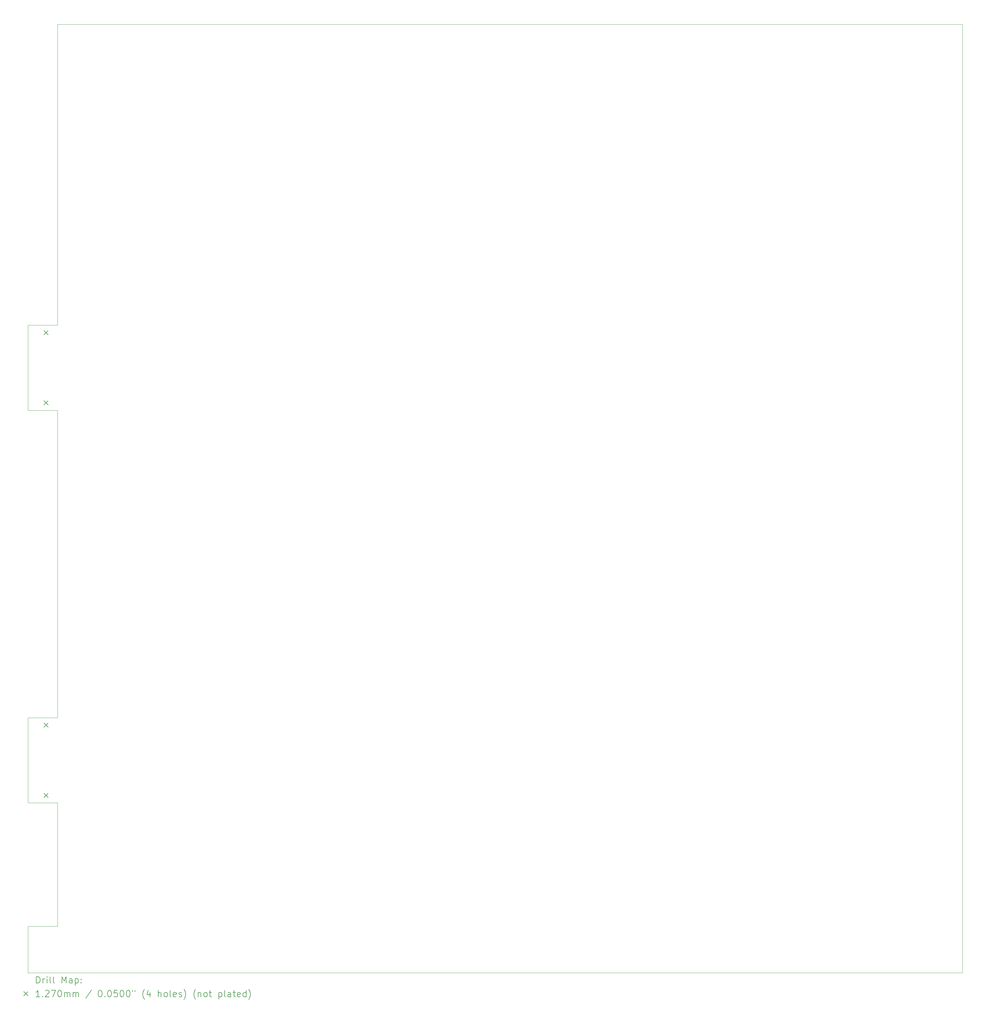
<source format=gbr>
%TF.GenerationSoftware,KiCad,Pcbnew,8.0.2-1*%
%TF.CreationDate,2024-10-14T12:40:13-04:00*%
%TF.ProjectId,EvenLayers_1.3mm_SiPM,4576656e-4c61-4796-9572-735f312e336d,rev?*%
%TF.SameCoordinates,Original*%
%TF.FileFunction,Drillmap*%
%TF.FilePolarity,Positive*%
%FSLAX45Y45*%
G04 Gerber Fmt 4.5, Leading zero omitted, Abs format (unit mm)*
G04 Created by KiCad (PCBNEW 8.0.2-1) date 2024-10-14 12:40:13*
%MOMM*%
%LPD*%
G01*
G04 APERTURE LIST*
%ADD10C,0.050000*%
%ADD11C,0.100000*%
%ADD12C,0.200000*%
%ADD13C,0.127000*%
G04 APERTURE END LIST*
D10*
X6600000Y-27300000D02*
X7500000Y-27300000D01*
X7500000Y-15300000D02*
X6600000Y-15300000D01*
X6600000Y-12700000D02*
X6600000Y-15300000D01*
X6600000Y-32430000D02*
X6600000Y-32500000D01*
X6600000Y-24700000D02*
X7500000Y-24700000D01*
X35200000Y-32500000D02*
X6600000Y-32500000D01*
X7500000Y-3500000D02*
X35200000Y-3500000D01*
X7500000Y-27300000D02*
X7500000Y-31080000D01*
X6600000Y-12700000D02*
X7500000Y-12700000D01*
X6600000Y-31570000D02*
X6600000Y-31080000D01*
X6600000Y-24700000D02*
X6600000Y-27300000D01*
X7500000Y-12700000D02*
X7500000Y-3500000D01*
X35200000Y-3500000D02*
X35200000Y-32500000D01*
X7500000Y-24700000D02*
X7500000Y-15300000D01*
X6600000Y-31080000D02*
X7500000Y-31080000D01*
D11*
X6600000Y-31570000D02*
X6600000Y-32430000D01*
D12*
D13*
X7086500Y-12862000D02*
X7213500Y-12989000D01*
X7213500Y-12862000D02*
X7086500Y-12989000D01*
X7086500Y-15011000D02*
X7213500Y-15138000D01*
X7213500Y-15011000D02*
X7086500Y-15138000D01*
X7086500Y-24862000D02*
X7213500Y-24989000D01*
X7213500Y-24862000D02*
X7086500Y-24989000D01*
X7086500Y-27011000D02*
X7213500Y-27138000D01*
X7213500Y-27011000D02*
X7086500Y-27138000D01*
D12*
X6855777Y-32813984D02*
X6855777Y-32613984D01*
X6855777Y-32613984D02*
X6903396Y-32613984D01*
X6903396Y-32613984D02*
X6931967Y-32623508D01*
X6931967Y-32623508D02*
X6951015Y-32642555D01*
X6951015Y-32642555D02*
X6960539Y-32661603D01*
X6960539Y-32661603D02*
X6970062Y-32699698D01*
X6970062Y-32699698D02*
X6970062Y-32728269D01*
X6970062Y-32728269D02*
X6960539Y-32766365D01*
X6960539Y-32766365D02*
X6951015Y-32785412D01*
X6951015Y-32785412D02*
X6931967Y-32804460D01*
X6931967Y-32804460D02*
X6903396Y-32813984D01*
X6903396Y-32813984D02*
X6855777Y-32813984D01*
X7055777Y-32813984D02*
X7055777Y-32680650D01*
X7055777Y-32718746D02*
X7065301Y-32699698D01*
X7065301Y-32699698D02*
X7074824Y-32690174D01*
X7074824Y-32690174D02*
X7093872Y-32680650D01*
X7093872Y-32680650D02*
X7112920Y-32680650D01*
X7179586Y-32813984D02*
X7179586Y-32680650D01*
X7179586Y-32613984D02*
X7170062Y-32623508D01*
X7170062Y-32623508D02*
X7179586Y-32633031D01*
X7179586Y-32633031D02*
X7189110Y-32623508D01*
X7189110Y-32623508D02*
X7179586Y-32613984D01*
X7179586Y-32613984D02*
X7179586Y-32633031D01*
X7303396Y-32813984D02*
X7284348Y-32804460D01*
X7284348Y-32804460D02*
X7274824Y-32785412D01*
X7274824Y-32785412D02*
X7274824Y-32613984D01*
X7408158Y-32813984D02*
X7389110Y-32804460D01*
X7389110Y-32804460D02*
X7379586Y-32785412D01*
X7379586Y-32785412D02*
X7379586Y-32613984D01*
X7636729Y-32813984D02*
X7636729Y-32613984D01*
X7636729Y-32613984D02*
X7703396Y-32756841D01*
X7703396Y-32756841D02*
X7770062Y-32613984D01*
X7770062Y-32613984D02*
X7770062Y-32813984D01*
X7951015Y-32813984D02*
X7951015Y-32709222D01*
X7951015Y-32709222D02*
X7941491Y-32690174D01*
X7941491Y-32690174D02*
X7922443Y-32680650D01*
X7922443Y-32680650D02*
X7884348Y-32680650D01*
X7884348Y-32680650D02*
X7865301Y-32690174D01*
X7951015Y-32804460D02*
X7931967Y-32813984D01*
X7931967Y-32813984D02*
X7884348Y-32813984D01*
X7884348Y-32813984D02*
X7865301Y-32804460D01*
X7865301Y-32804460D02*
X7855777Y-32785412D01*
X7855777Y-32785412D02*
X7855777Y-32766365D01*
X7855777Y-32766365D02*
X7865301Y-32747317D01*
X7865301Y-32747317D02*
X7884348Y-32737793D01*
X7884348Y-32737793D02*
X7931967Y-32737793D01*
X7931967Y-32737793D02*
X7951015Y-32728269D01*
X8046253Y-32680650D02*
X8046253Y-32880650D01*
X8046253Y-32690174D02*
X8065301Y-32680650D01*
X8065301Y-32680650D02*
X8103396Y-32680650D01*
X8103396Y-32680650D02*
X8122443Y-32690174D01*
X8122443Y-32690174D02*
X8131967Y-32699698D01*
X8131967Y-32699698D02*
X8141491Y-32718746D01*
X8141491Y-32718746D02*
X8141491Y-32775888D01*
X8141491Y-32775888D02*
X8131967Y-32794936D01*
X8131967Y-32794936D02*
X8122443Y-32804460D01*
X8122443Y-32804460D02*
X8103396Y-32813984D01*
X8103396Y-32813984D02*
X8065301Y-32813984D01*
X8065301Y-32813984D02*
X8046253Y-32804460D01*
X8227205Y-32794936D02*
X8236729Y-32804460D01*
X8236729Y-32804460D02*
X8227205Y-32813984D01*
X8227205Y-32813984D02*
X8217682Y-32804460D01*
X8217682Y-32804460D02*
X8227205Y-32794936D01*
X8227205Y-32794936D02*
X8227205Y-32813984D01*
X8227205Y-32690174D02*
X8236729Y-32699698D01*
X8236729Y-32699698D02*
X8227205Y-32709222D01*
X8227205Y-32709222D02*
X8217682Y-32699698D01*
X8217682Y-32699698D02*
X8227205Y-32690174D01*
X8227205Y-32690174D02*
X8227205Y-32709222D01*
D13*
X6468000Y-33079000D02*
X6595000Y-33206000D01*
X6595000Y-33079000D02*
X6468000Y-33206000D01*
D12*
X6960539Y-33233984D02*
X6846253Y-33233984D01*
X6903396Y-33233984D02*
X6903396Y-33033984D01*
X6903396Y-33033984D02*
X6884348Y-33062555D01*
X6884348Y-33062555D02*
X6865301Y-33081603D01*
X6865301Y-33081603D02*
X6846253Y-33091127D01*
X7046253Y-33214936D02*
X7055777Y-33224460D01*
X7055777Y-33224460D02*
X7046253Y-33233984D01*
X7046253Y-33233984D02*
X7036729Y-33224460D01*
X7036729Y-33224460D02*
X7046253Y-33214936D01*
X7046253Y-33214936D02*
X7046253Y-33233984D01*
X7131967Y-33053031D02*
X7141491Y-33043508D01*
X7141491Y-33043508D02*
X7160539Y-33033984D01*
X7160539Y-33033984D02*
X7208158Y-33033984D01*
X7208158Y-33033984D02*
X7227205Y-33043508D01*
X7227205Y-33043508D02*
X7236729Y-33053031D01*
X7236729Y-33053031D02*
X7246253Y-33072079D01*
X7246253Y-33072079D02*
X7246253Y-33091127D01*
X7246253Y-33091127D02*
X7236729Y-33119698D01*
X7236729Y-33119698D02*
X7122443Y-33233984D01*
X7122443Y-33233984D02*
X7246253Y-33233984D01*
X7312920Y-33033984D02*
X7446253Y-33033984D01*
X7446253Y-33033984D02*
X7360539Y-33233984D01*
X7560539Y-33033984D02*
X7579586Y-33033984D01*
X7579586Y-33033984D02*
X7598634Y-33043508D01*
X7598634Y-33043508D02*
X7608158Y-33053031D01*
X7608158Y-33053031D02*
X7617682Y-33072079D01*
X7617682Y-33072079D02*
X7627205Y-33110174D01*
X7627205Y-33110174D02*
X7627205Y-33157793D01*
X7627205Y-33157793D02*
X7617682Y-33195888D01*
X7617682Y-33195888D02*
X7608158Y-33214936D01*
X7608158Y-33214936D02*
X7598634Y-33224460D01*
X7598634Y-33224460D02*
X7579586Y-33233984D01*
X7579586Y-33233984D02*
X7560539Y-33233984D01*
X7560539Y-33233984D02*
X7541491Y-33224460D01*
X7541491Y-33224460D02*
X7531967Y-33214936D01*
X7531967Y-33214936D02*
X7522443Y-33195888D01*
X7522443Y-33195888D02*
X7512920Y-33157793D01*
X7512920Y-33157793D02*
X7512920Y-33110174D01*
X7512920Y-33110174D02*
X7522443Y-33072079D01*
X7522443Y-33072079D02*
X7531967Y-33053031D01*
X7531967Y-33053031D02*
X7541491Y-33043508D01*
X7541491Y-33043508D02*
X7560539Y-33033984D01*
X7712920Y-33233984D02*
X7712920Y-33100650D01*
X7712920Y-33119698D02*
X7722443Y-33110174D01*
X7722443Y-33110174D02*
X7741491Y-33100650D01*
X7741491Y-33100650D02*
X7770063Y-33100650D01*
X7770063Y-33100650D02*
X7789110Y-33110174D01*
X7789110Y-33110174D02*
X7798634Y-33129222D01*
X7798634Y-33129222D02*
X7798634Y-33233984D01*
X7798634Y-33129222D02*
X7808158Y-33110174D01*
X7808158Y-33110174D02*
X7827205Y-33100650D01*
X7827205Y-33100650D02*
X7855777Y-33100650D01*
X7855777Y-33100650D02*
X7874824Y-33110174D01*
X7874824Y-33110174D02*
X7884348Y-33129222D01*
X7884348Y-33129222D02*
X7884348Y-33233984D01*
X7979586Y-33233984D02*
X7979586Y-33100650D01*
X7979586Y-33119698D02*
X7989110Y-33110174D01*
X7989110Y-33110174D02*
X8008158Y-33100650D01*
X8008158Y-33100650D02*
X8036729Y-33100650D01*
X8036729Y-33100650D02*
X8055777Y-33110174D01*
X8055777Y-33110174D02*
X8065301Y-33129222D01*
X8065301Y-33129222D02*
X8065301Y-33233984D01*
X8065301Y-33129222D02*
X8074824Y-33110174D01*
X8074824Y-33110174D02*
X8093872Y-33100650D01*
X8093872Y-33100650D02*
X8122443Y-33100650D01*
X8122443Y-33100650D02*
X8141491Y-33110174D01*
X8141491Y-33110174D02*
X8151015Y-33129222D01*
X8151015Y-33129222D02*
X8151015Y-33233984D01*
X8541491Y-33024460D02*
X8370063Y-33281603D01*
X8798634Y-33033984D02*
X8817682Y-33033984D01*
X8817682Y-33033984D02*
X8836729Y-33043508D01*
X8836729Y-33043508D02*
X8846253Y-33053031D01*
X8846253Y-33053031D02*
X8855777Y-33072079D01*
X8855777Y-33072079D02*
X8865301Y-33110174D01*
X8865301Y-33110174D02*
X8865301Y-33157793D01*
X8865301Y-33157793D02*
X8855777Y-33195888D01*
X8855777Y-33195888D02*
X8846253Y-33214936D01*
X8846253Y-33214936D02*
X8836729Y-33224460D01*
X8836729Y-33224460D02*
X8817682Y-33233984D01*
X8817682Y-33233984D02*
X8798634Y-33233984D01*
X8798634Y-33233984D02*
X8779587Y-33224460D01*
X8779587Y-33224460D02*
X8770063Y-33214936D01*
X8770063Y-33214936D02*
X8760539Y-33195888D01*
X8760539Y-33195888D02*
X8751015Y-33157793D01*
X8751015Y-33157793D02*
X8751015Y-33110174D01*
X8751015Y-33110174D02*
X8760539Y-33072079D01*
X8760539Y-33072079D02*
X8770063Y-33053031D01*
X8770063Y-33053031D02*
X8779587Y-33043508D01*
X8779587Y-33043508D02*
X8798634Y-33033984D01*
X8951015Y-33214936D02*
X8960539Y-33224460D01*
X8960539Y-33224460D02*
X8951015Y-33233984D01*
X8951015Y-33233984D02*
X8941491Y-33224460D01*
X8941491Y-33224460D02*
X8951015Y-33214936D01*
X8951015Y-33214936D02*
X8951015Y-33233984D01*
X9084348Y-33033984D02*
X9103396Y-33033984D01*
X9103396Y-33033984D02*
X9122444Y-33043508D01*
X9122444Y-33043508D02*
X9131968Y-33053031D01*
X9131968Y-33053031D02*
X9141491Y-33072079D01*
X9141491Y-33072079D02*
X9151015Y-33110174D01*
X9151015Y-33110174D02*
X9151015Y-33157793D01*
X9151015Y-33157793D02*
X9141491Y-33195888D01*
X9141491Y-33195888D02*
X9131968Y-33214936D01*
X9131968Y-33214936D02*
X9122444Y-33224460D01*
X9122444Y-33224460D02*
X9103396Y-33233984D01*
X9103396Y-33233984D02*
X9084348Y-33233984D01*
X9084348Y-33233984D02*
X9065301Y-33224460D01*
X9065301Y-33224460D02*
X9055777Y-33214936D01*
X9055777Y-33214936D02*
X9046253Y-33195888D01*
X9046253Y-33195888D02*
X9036729Y-33157793D01*
X9036729Y-33157793D02*
X9036729Y-33110174D01*
X9036729Y-33110174D02*
X9046253Y-33072079D01*
X9046253Y-33072079D02*
X9055777Y-33053031D01*
X9055777Y-33053031D02*
X9065301Y-33043508D01*
X9065301Y-33043508D02*
X9084348Y-33033984D01*
X9331968Y-33033984D02*
X9236729Y-33033984D01*
X9236729Y-33033984D02*
X9227206Y-33129222D01*
X9227206Y-33129222D02*
X9236729Y-33119698D01*
X9236729Y-33119698D02*
X9255777Y-33110174D01*
X9255777Y-33110174D02*
X9303396Y-33110174D01*
X9303396Y-33110174D02*
X9322444Y-33119698D01*
X9322444Y-33119698D02*
X9331968Y-33129222D01*
X9331968Y-33129222D02*
X9341491Y-33148269D01*
X9341491Y-33148269D02*
X9341491Y-33195888D01*
X9341491Y-33195888D02*
X9331968Y-33214936D01*
X9331968Y-33214936D02*
X9322444Y-33224460D01*
X9322444Y-33224460D02*
X9303396Y-33233984D01*
X9303396Y-33233984D02*
X9255777Y-33233984D01*
X9255777Y-33233984D02*
X9236729Y-33224460D01*
X9236729Y-33224460D02*
X9227206Y-33214936D01*
X9465301Y-33033984D02*
X9484349Y-33033984D01*
X9484349Y-33033984D02*
X9503396Y-33043508D01*
X9503396Y-33043508D02*
X9512920Y-33053031D01*
X9512920Y-33053031D02*
X9522444Y-33072079D01*
X9522444Y-33072079D02*
X9531968Y-33110174D01*
X9531968Y-33110174D02*
X9531968Y-33157793D01*
X9531968Y-33157793D02*
X9522444Y-33195888D01*
X9522444Y-33195888D02*
X9512920Y-33214936D01*
X9512920Y-33214936D02*
X9503396Y-33224460D01*
X9503396Y-33224460D02*
X9484349Y-33233984D01*
X9484349Y-33233984D02*
X9465301Y-33233984D01*
X9465301Y-33233984D02*
X9446253Y-33224460D01*
X9446253Y-33224460D02*
X9436729Y-33214936D01*
X9436729Y-33214936D02*
X9427206Y-33195888D01*
X9427206Y-33195888D02*
X9417682Y-33157793D01*
X9417682Y-33157793D02*
X9417682Y-33110174D01*
X9417682Y-33110174D02*
X9427206Y-33072079D01*
X9427206Y-33072079D02*
X9436729Y-33053031D01*
X9436729Y-33053031D02*
X9446253Y-33043508D01*
X9446253Y-33043508D02*
X9465301Y-33033984D01*
X9655777Y-33033984D02*
X9674825Y-33033984D01*
X9674825Y-33033984D02*
X9693872Y-33043508D01*
X9693872Y-33043508D02*
X9703396Y-33053031D01*
X9703396Y-33053031D02*
X9712920Y-33072079D01*
X9712920Y-33072079D02*
X9722444Y-33110174D01*
X9722444Y-33110174D02*
X9722444Y-33157793D01*
X9722444Y-33157793D02*
X9712920Y-33195888D01*
X9712920Y-33195888D02*
X9703396Y-33214936D01*
X9703396Y-33214936D02*
X9693872Y-33224460D01*
X9693872Y-33224460D02*
X9674825Y-33233984D01*
X9674825Y-33233984D02*
X9655777Y-33233984D01*
X9655777Y-33233984D02*
X9636729Y-33224460D01*
X9636729Y-33224460D02*
X9627206Y-33214936D01*
X9627206Y-33214936D02*
X9617682Y-33195888D01*
X9617682Y-33195888D02*
X9608158Y-33157793D01*
X9608158Y-33157793D02*
X9608158Y-33110174D01*
X9608158Y-33110174D02*
X9617682Y-33072079D01*
X9617682Y-33072079D02*
X9627206Y-33053031D01*
X9627206Y-33053031D02*
X9636729Y-33043508D01*
X9636729Y-33043508D02*
X9655777Y-33033984D01*
X9798634Y-33033984D02*
X9798634Y-33072079D01*
X9874825Y-33033984D02*
X9874825Y-33072079D01*
X10170063Y-33310174D02*
X10160539Y-33300650D01*
X10160539Y-33300650D02*
X10141491Y-33272079D01*
X10141491Y-33272079D02*
X10131968Y-33253031D01*
X10131968Y-33253031D02*
X10122444Y-33224460D01*
X10122444Y-33224460D02*
X10112920Y-33176841D01*
X10112920Y-33176841D02*
X10112920Y-33138746D01*
X10112920Y-33138746D02*
X10122444Y-33091127D01*
X10122444Y-33091127D02*
X10131968Y-33062555D01*
X10131968Y-33062555D02*
X10141491Y-33043508D01*
X10141491Y-33043508D02*
X10160539Y-33014936D01*
X10160539Y-33014936D02*
X10170063Y-33005412D01*
X10331968Y-33100650D02*
X10331968Y-33233984D01*
X10284349Y-33024460D02*
X10236730Y-33167317D01*
X10236730Y-33167317D02*
X10360539Y-33167317D01*
X10589111Y-33233984D02*
X10589111Y-33033984D01*
X10674825Y-33233984D02*
X10674825Y-33129222D01*
X10674825Y-33129222D02*
X10665301Y-33110174D01*
X10665301Y-33110174D02*
X10646253Y-33100650D01*
X10646253Y-33100650D02*
X10617682Y-33100650D01*
X10617682Y-33100650D02*
X10598634Y-33110174D01*
X10598634Y-33110174D02*
X10589111Y-33119698D01*
X10798634Y-33233984D02*
X10779587Y-33224460D01*
X10779587Y-33224460D02*
X10770063Y-33214936D01*
X10770063Y-33214936D02*
X10760539Y-33195888D01*
X10760539Y-33195888D02*
X10760539Y-33138746D01*
X10760539Y-33138746D02*
X10770063Y-33119698D01*
X10770063Y-33119698D02*
X10779587Y-33110174D01*
X10779587Y-33110174D02*
X10798634Y-33100650D01*
X10798634Y-33100650D02*
X10827206Y-33100650D01*
X10827206Y-33100650D02*
X10846253Y-33110174D01*
X10846253Y-33110174D02*
X10855777Y-33119698D01*
X10855777Y-33119698D02*
X10865301Y-33138746D01*
X10865301Y-33138746D02*
X10865301Y-33195888D01*
X10865301Y-33195888D02*
X10855777Y-33214936D01*
X10855777Y-33214936D02*
X10846253Y-33224460D01*
X10846253Y-33224460D02*
X10827206Y-33233984D01*
X10827206Y-33233984D02*
X10798634Y-33233984D01*
X10979587Y-33233984D02*
X10960539Y-33224460D01*
X10960539Y-33224460D02*
X10951015Y-33205412D01*
X10951015Y-33205412D02*
X10951015Y-33033984D01*
X11131968Y-33224460D02*
X11112920Y-33233984D01*
X11112920Y-33233984D02*
X11074825Y-33233984D01*
X11074825Y-33233984D02*
X11055777Y-33224460D01*
X11055777Y-33224460D02*
X11046253Y-33205412D01*
X11046253Y-33205412D02*
X11046253Y-33129222D01*
X11046253Y-33129222D02*
X11055777Y-33110174D01*
X11055777Y-33110174D02*
X11074825Y-33100650D01*
X11074825Y-33100650D02*
X11112920Y-33100650D01*
X11112920Y-33100650D02*
X11131968Y-33110174D01*
X11131968Y-33110174D02*
X11141492Y-33129222D01*
X11141492Y-33129222D02*
X11141492Y-33148269D01*
X11141492Y-33148269D02*
X11046253Y-33167317D01*
X11217682Y-33224460D02*
X11236730Y-33233984D01*
X11236730Y-33233984D02*
X11274825Y-33233984D01*
X11274825Y-33233984D02*
X11293872Y-33224460D01*
X11293872Y-33224460D02*
X11303396Y-33205412D01*
X11303396Y-33205412D02*
X11303396Y-33195888D01*
X11303396Y-33195888D02*
X11293872Y-33176841D01*
X11293872Y-33176841D02*
X11274825Y-33167317D01*
X11274825Y-33167317D02*
X11246253Y-33167317D01*
X11246253Y-33167317D02*
X11227206Y-33157793D01*
X11227206Y-33157793D02*
X11217682Y-33138746D01*
X11217682Y-33138746D02*
X11217682Y-33129222D01*
X11217682Y-33129222D02*
X11227206Y-33110174D01*
X11227206Y-33110174D02*
X11246253Y-33100650D01*
X11246253Y-33100650D02*
X11274825Y-33100650D01*
X11274825Y-33100650D02*
X11293872Y-33110174D01*
X11370063Y-33310174D02*
X11379587Y-33300650D01*
X11379587Y-33300650D02*
X11398634Y-33272079D01*
X11398634Y-33272079D02*
X11408158Y-33253031D01*
X11408158Y-33253031D02*
X11417682Y-33224460D01*
X11417682Y-33224460D02*
X11427206Y-33176841D01*
X11427206Y-33176841D02*
X11427206Y-33138746D01*
X11427206Y-33138746D02*
X11417682Y-33091127D01*
X11417682Y-33091127D02*
X11408158Y-33062555D01*
X11408158Y-33062555D02*
X11398634Y-33043508D01*
X11398634Y-33043508D02*
X11379587Y-33014936D01*
X11379587Y-33014936D02*
X11370063Y-33005412D01*
X11731968Y-33310174D02*
X11722444Y-33300650D01*
X11722444Y-33300650D02*
X11703396Y-33272079D01*
X11703396Y-33272079D02*
X11693872Y-33253031D01*
X11693872Y-33253031D02*
X11684349Y-33224460D01*
X11684349Y-33224460D02*
X11674825Y-33176841D01*
X11674825Y-33176841D02*
X11674825Y-33138746D01*
X11674825Y-33138746D02*
X11684349Y-33091127D01*
X11684349Y-33091127D02*
X11693872Y-33062555D01*
X11693872Y-33062555D02*
X11703396Y-33043508D01*
X11703396Y-33043508D02*
X11722444Y-33014936D01*
X11722444Y-33014936D02*
X11731968Y-33005412D01*
X11808158Y-33100650D02*
X11808158Y-33233984D01*
X11808158Y-33119698D02*
X11817682Y-33110174D01*
X11817682Y-33110174D02*
X11836730Y-33100650D01*
X11836730Y-33100650D02*
X11865301Y-33100650D01*
X11865301Y-33100650D02*
X11884349Y-33110174D01*
X11884349Y-33110174D02*
X11893872Y-33129222D01*
X11893872Y-33129222D02*
X11893872Y-33233984D01*
X12017682Y-33233984D02*
X11998634Y-33224460D01*
X11998634Y-33224460D02*
X11989111Y-33214936D01*
X11989111Y-33214936D02*
X11979587Y-33195888D01*
X11979587Y-33195888D02*
X11979587Y-33138746D01*
X11979587Y-33138746D02*
X11989111Y-33119698D01*
X11989111Y-33119698D02*
X11998634Y-33110174D01*
X11998634Y-33110174D02*
X12017682Y-33100650D01*
X12017682Y-33100650D02*
X12046253Y-33100650D01*
X12046253Y-33100650D02*
X12065301Y-33110174D01*
X12065301Y-33110174D02*
X12074825Y-33119698D01*
X12074825Y-33119698D02*
X12084349Y-33138746D01*
X12084349Y-33138746D02*
X12084349Y-33195888D01*
X12084349Y-33195888D02*
X12074825Y-33214936D01*
X12074825Y-33214936D02*
X12065301Y-33224460D01*
X12065301Y-33224460D02*
X12046253Y-33233984D01*
X12046253Y-33233984D02*
X12017682Y-33233984D01*
X12141492Y-33100650D02*
X12217682Y-33100650D01*
X12170063Y-33033984D02*
X12170063Y-33205412D01*
X12170063Y-33205412D02*
X12179587Y-33224460D01*
X12179587Y-33224460D02*
X12198634Y-33233984D01*
X12198634Y-33233984D02*
X12217682Y-33233984D01*
X12436730Y-33100650D02*
X12436730Y-33300650D01*
X12436730Y-33110174D02*
X12455777Y-33100650D01*
X12455777Y-33100650D02*
X12493873Y-33100650D01*
X12493873Y-33100650D02*
X12512920Y-33110174D01*
X12512920Y-33110174D02*
X12522444Y-33119698D01*
X12522444Y-33119698D02*
X12531968Y-33138746D01*
X12531968Y-33138746D02*
X12531968Y-33195888D01*
X12531968Y-33195888D02*
X12522444Y-33214936D01*
X12522444Y-33214936D02*
X12512920Y-33224460D01*
X12512920Y-33224460D02*
X12493873Y-33233984D01*
X12493873Y-33233984D02*
X12455777Y-33233984D01*
X12455777Y-33233984D02*
X12436730Y-33224460D01*
X12646253Y-33233984D02*
X12627206Y-33224460D01*
X12627206Y-33224460D02*
X12617682Y-33205412D01*
X12617682Y-33205412D02*
X12617682Y-33033984D01*
X12808158Y-33233984D02*
X12808158Y-33129222D01*
X12808158Y-33129222D02*
X12798634Y-33110174D01*
X12798634Y-33110174D02*
X12779587Y-33100650D01*
X12779587Y-33100650D02*
X12741492Y-33100650D01*
X12741492Y-33100650D02*
X12722444Y-33110174D01*
X12808158Y-33224460D02*
X12789111Y-33233984D01*
X12789111Y-33233984D02*
X12741492Y-33233984D01*
X12741492Y-33233984D02*
X12722444Y-33224460D01*
X12722444Y-33224460D02*
X12712920Y-33205412D01*
X12712920Y-33205412D02*
X12712920Y-33186365D01*
X12712920Y-33186365D02*
X12722444Y-33167317D01*
X12722444Y-33167317D02*
X12741492Y-33157793D01*
X12741492Y-33157793D02*
X12789111Y-33157793D01*
X12789111Y-33157793D02*
X12808158Y-33148269D01*
X12874825Y-33100650D02*
X12951015Y-33100650D01*
X12903396Y-33033984D02*
X12903396Y-33205412D01*
X12903396Y-33205412D02*
X12912920Y-33224460D01*
X12912920Y-33224460D02*
X12931968Y-33233984D01*
X12931968Y-33233984D02*
X12951015Y-33233984D01*
X13093873Y-33224460D02*
X13074825Y-33233984D01*
X13074825Y-33233984D02*
X13036730Y-33233984D01*
X13036730Y-33233984D02*
X13017682Y-33224460D01*
X13017682Y-33224460D02*
X13008158Y-33205412D01*
X13008158Y-33205412D02*
X13008158Y-33129222D01*
X13008158Y-33129222D02*
X13017682Y-33110174D01*
X13017682Y-33110174D02*
X13036730Y-33100650D01*
X13036730Y-33100650D02*
X13074825Y-33100650D01*
X13074825Y-33100650D02*
X13093873Y-33110174D01*
X13093873Y-33110174D02*
X13103396Y-33129222D01*
X13103396Y-33129222D02*
X13103396Y-33148269D01*
X13103396Y-33148269D02*
X13008158Y-33167317D01*
X13274825Y-33233984D02*
X13274825Y-33033984D01*
X13274825Y-33224460D02*
X13255777Y-33233984D01*
X13255777Y-33233984D02*
X13217682Y-33233984D01*
X13217682Y-33233984D02*
X13198634Y-33224460D01*
X13198634Y-33224460D02*
X13189111Y-33214936D01*
X13189111Y-33214936D02*
X13179587Y-33195888D01*
X13179587Y-33195888D02*
X13179587Y-33138746D01*
X13179587Y-33138746D02*
X13189111Y-33119698D01*
X13189111Y-33119698D02*
X13198634Y-33110174D01*
X13198634Y-33110174D02*
X13217682Y-33100650D01*
X13217682Y-33100650D02*
X13255777Y-33100650D01*
X13255777Y-33100650D02*
X13274825Y-33110174D01*
X13351015Y-33310174D02*
X13360539Y-33300650D01*
X13360539Y-33300650D02*
X13379587Y-33272079D01*
X13379587Y-33272079D02*
X13389111Y-33253031D01*
X13389111Y-33253031D02*
X13398634Y-33224460D01*
X13398634Y-33224460D02*
X13408158Y-33176841D01*
X13408158Y-33176841D02*
X13408158Y-33138746D01*
X13408158Y-33138746D02*
X13398634Y-33091127D01*
X13398634Y-33091127D02*
X13389111Y-33062555D01*
X13389111Y-33062555D02*
X13379587Y-33043508D01*
X13379587Y-33043508D02*
X13360539Y-33014936D01*
X13360539Y-33014936D02*
X13351015Y-33005412D01*
M02*

</source>
